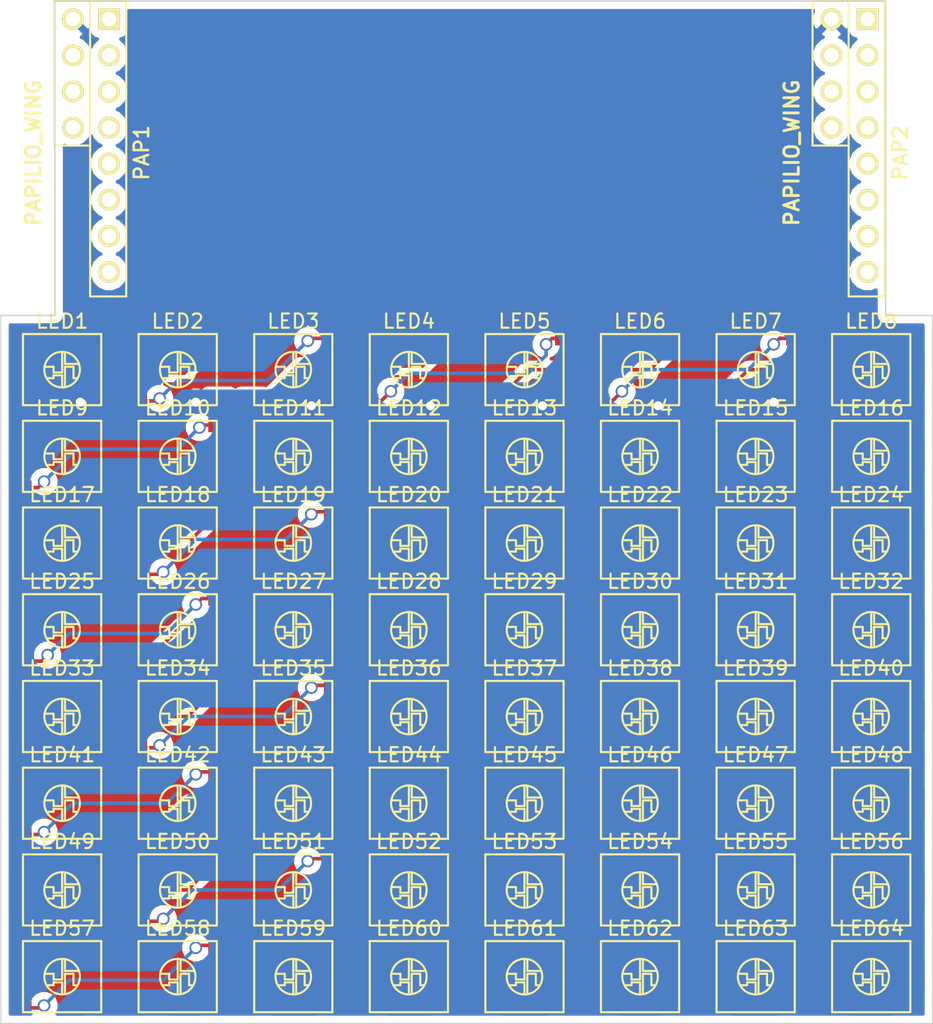
<source format=kicad_pcb>
(kicad_pcb (version 3) (host pcbnew "(2013-07-07 BZR 4022)-stable")
  (layers (15 F.Cu signal) (0 B.Cu signal) (18 B.Paste user) (19 F.Paste user) (20 B.SilkS user) (21 F.SilkS user) (22 B.Mask user) (23 F.Mask user) (28 Edge.Cuts user))
  (net 0 "")
  (net 1 +5V)
  (net 2 /LEDs/Din)
  (net 3 GND)
  (net 4 N-0000023)
  (net 5 N-0000024)
  (net 6 N-0000025)
  (net 7 N-0000026)
  (net 8 N-0000027)
  (net 9 N-0000028)
  (net 10 N-0000029)
  (net 11 N-0000030)
  (net 12 N-0000031)
  (net 13 N-0000032)
  (net 14 N-0000033)
  (net 15 N-0000034)
  (net 16 N-0000035)
  (net 17 N-0000036)
  (net 18 N-0000037)
  (net 19 N-0000038)
  (net 20 N-0000039)
  (net 21 N-0000040)
  (net 22 N-0000041)
  (net 23 N-0000042)
  (net 24 N-0000043)
  (net 25 N-0000044)
  (net 26 N-0000045)
  (net 27 N-0000046)
  (net 28 N-0000047)
  (net 29 N-0000048)
  (net 30 N-0000049)
  (net 31 N-0000050)
  (net 32 N-0000051)
  (net 33 N-0000052)
  (net 34 N-0000053)
  (net 35 N-0000054)
  (net 36 N-0000055)
  (net 37 N-0000056)
  (net 38 N-0000057)
  (net 39 N-0000058)
  (net 40 N-0000059)
  (net 41 N-0000060)
  (net 42 N-0000061)
  (net 43 N-0000062)
  (net 44 N-0000063)
  (net 45 N-0000064)
  (net 46 N-0000065)
  (net 47 N-0000067)
  (net 48 N-0000068)
  (net 49 N-0000069)
  (net 50 N-0000070)
  (net 51 N-0000071)
  (net 52 N-0000072)
  (net 53 N-0000073)
  (net 54 N-0000074)
  (net 55 N-0000075)
  (net 56 N-0000076)
  (net 57 N-0000078)
  (net 58 N-0000079)
  (net 59 N-0000080)
  (net 60 N-0000081)
  (net 61 N-0000082)
  (net 62 N-0000083)
  (net 63 N-0000084)
  (net 64 N-0000085)
  (net 65 N-0000086)
  (net 66 N-0000087)
  (net 67 VCC)
  (module WS2812B (layer F.Cu) (at 162.814 29.21)
    (fp_text reference LED6 (at 0 -3.4) (layer F.SilkS))
    (fp_text value WS2812B hide)
    (pad 1 smd rect (at -2.9 -2.2) (size 1.5 1) (layers F.Cu F.Paste F.Mask) (net 67 VCC))
    (pad 4 smd rect (at 2.9 -2.2) (size 1.5 1) (layers F.Cu F.Paste F.Mask) (net 61 N-0000082))
    (pad 2 smd rect (at -2.9 2.2) (size 1.5 1) (layers F.Cu F.Paste F.Mask) (net 55 N-0000075))
    (pad 3 smd rect (at 2.9 2.2) (size 1.5 1) (layers F.Cu F.Paste F.Mask) (net 3 GND))
  )
  (module WS2812B (layer F.Cu) (at 179.07 53.594)
    (fp_text reference LED40 (at 0 -3.4) (layer F.SilkS))
    (fp_text value WS2812B hide)
    (pad 1 smd rect (at -2.9 -2.2) (size 1.5 1) (layers F.Cu F.Paste F.Mask) (net 67 VCC))
    (pad 4 smd rect (at 2.9 -2.2) (size 1.5 1) (layers F.Cu F.Paste F.Mask) (net 10 N-0000029))
    (pad 2 smd rect (at -2.9 2.2) (size 1.5 1) (layers F.Cu F.Paste F.Mask) (net 36 N-0000055))
    (pad 3 smd rect (at 2.9 2.2) (size 1.5 1) (layers F.Cu F.Paste F.Mask) (net 3 GND))
  )
  (module WS2812B (layer F.Cu) (at 179.07 59.69)
    (fp_text reference LED48 (at 0 -3.4) (layer F.SilkS))
    (fp_text value WS2812B hide)
    (pad 1 smd rect (at -2.9 -2.2) (size 1.5 1) (layers F.Cu F.Paste F.Mask) (net 67 VCC))
    (pad 4 smd rect (at 2.9 -2.2) (size 1.5 1) (layers F.Cu F.Paste F.Mask) (net 17 N-0000036))
    (pad 2 smd rect (at -2.9 2.2) (size 1.5 1) (layers F.Cu F.Paste F.Mask) (net 37 N-0000056))
    (pad 3 smd rect (at 2.9 2.2) (size 1.5 1) (layers F.Cu F.Paste F.Mask) (net 3 GND))
  )
  (module WS2812B (layer F.Cu) (at 170.942 59.69)
    (fp_text reference LED47 (at 0 -3.4) (layer F.SilkS))
    (fp_text value WS2812B hide)
    (pad 1 smd rect (at -2.9 -2.2) (size 1.5 1) (layers F.Cu F.Paste F.Mask) (net 67 VCC))
    (pad 4 smd rect (at 2.9 -2.2) (size 1.5 1) (layers F.Cu F.Paste F.Mask) (net 16 N-0000035))
    (pad 2 smd rect (at -2.9 2.2) (size 1.5 1) (layers F.Cu F.Paste F.Mask) (net 17 N-0000036))
    (pad 3 smd rect (at 2.9 2.2) (size 1.5 1) (layers F.Cu F.Paste F.Mask) (net 3 GND))
  )
  (module WS2812B (layer F.Cu) (at 162.814 59.69)
    (fp_text reference LED46 (at 0 -3.4) (layer F.SilkS))
    (fp_text value WS2812B hide)
    (pad 1 smd rect (at -2.9 -2.2) (size 1.5 1) (layers F.Cu F.Paste F.Mask) (net 67 VCC))
    (pad 4 smd rect (at 2.9 -2.2) (size 1.5 1) (layers F.Cu F.Paste F.Mask) (net 15 N-0000034))
    (pad 2 smd rect (at -2.9 2.2) (size 1.5 1) (layers F.Cu F.Paste F.Mask) (net 16 N-0000035))
    (pad 3 smd rect (at 2.9 2.2) (size 1.5 1) (layers F.Cu F.Paste F.Mask) (net 3 GND))
  )
  (module WS2812B (layer F.Cu) (at 154.686 59.69)
    (fp_text reference LED45 (at 0 -3.4) (layer F.SilkS))
    (fp_text value WS2812B hide)
    (pad 1 smd rect (at -2.9 -2.2) (size 1.5 1) (layers F.Cu F.Paste F.Mask) (net 67 VCC))
    (pad 4 smd rect (at 2.9 -2.2) (size 1.5 1) (layers F.Cu F.Paste F.Mask) (net 11 N-0000030))
    (pad 2 smd rect (at -2.9 2.2) (size 1.5 1) (layers F.Cu F.Paste F.Mask) (net 15 N-0000034))
    (pad 3 smd rect (at 2.9 2.2) (size 1.5 1) (layers F.Cu F.Paste F.Mask) (net 3 GND))
  )
  (module WS2812B (layer F.Cu) (at 146.558 59.69)
    (fp_text reference LED44 (at 0 -3.4) (layer F.SilkS))
    (fp_text value WS2812B hide)
    (pad 1 smd rect (at -2.9 -2.2) (size 1.5 1) (layers F.Cu F.Paste F.Mask) (net 67 VCC))
    (pad 4 smd rect (at 2.9 -2.2) (size 1.5 1) (layers F.Cu F.Paste F.Mask) (net 14 N-0000033))
    (pad 2 smd rect (at -2.9 2.2) (size 1.5 1) (layers F.Cu F.Paste F.Mask) (net 11 N-0000030))
    (pad 3 smd rect (at 2.9 2.2) (size 1.5 1) (layers F.Cu F.Paste F.Mask) (net 3 GND))
  )
  (module WS2812B (layer F.Cu) (at 138.43 59.69)
    (fp_text reference LED43 (at 0 -3.4) (layer F.SilkS))
    (fp_text value WS2812B hide)
    (pad 1 smd rect (at -2.9 -2.2) (size 1.5 1) (layers F.Cu F.Paste F.Mask) (net 67 VCC))
    (pad 4 smd rect (at 2.9 -2.2) (size 1.5 1) (layers F.Cu F.Paste F.Mask) (net 13 N-0000032))
    (pad 2 smd rect (at -2.9 2.2) (size 1.5 1) (layers F.Cu F.Paste F.Mask) (net 14 N-0000033))
    (pad 3 smd rect (at 2.9 2.2) (size 1.5 1) (layers F.Cu F.Paste F.Mask) (net 3 GND))
  )
  (module WS2812B (layer F.Cu) (at 130.302 59.69)
    (fp_text reference LED42 (at 0 -3.4) (layer F.SilkS))
    (fp_text value WS2812B hide)
    (pad 1 smd rect (at -2.9 -2.2) (size 1.5 1) (layers F.Cu F.Paste F.Mask) (net 67 VCC))
    (pad 4 smd rect (at 2.9 -2.2) (size 1.5 1) (layers F.Cu F.Paste F.Mask) (net 12 N-0000031))
    (pad 2 smd rect (at -2.9 2.2) (size 1.5 1) (layers F.Cu F.Paste F.Mask) (net 13 N-0000032))
    (pad 3 smd rect (at 2.9 2.2) (size 1.5 1) (layers F.Cu F.Paste F.Mask) (net 3 GND))
  )
  (module WS2812B (layer F.Cu) (at 122.174 59.69)
    (fp_text reference LED41 (at 0 -3.4) (layer F.SilkS))
    (fp_text value WS2812B hide)
    (pad 1 smd rect (at -2.9 -2.2) (size 1.5 1) (layers F.Cu F.Paste F.Mask) (net 67 VCC))
    (pad 4 smd rect (at 2.9 -2.2) (size 1.5 1) (layers F.Cu F.Paste F.Mask) (net 36 N-0000055))
    (pad 2 smd rect (at -2.9 2.2) (size 1.5 1) (layers F.Cu F.Paste F.Mask) (net 12 N-0000031))
    (pad 3 smd rect (at 2.9 2.2) (size 1.5 1) (layers F.Cu F.Paste F.Mask) (net 3 GND))
  )
  (module WS2812B (layer F.Cu) (at 122.174 65.786)
    (fp_text reference LED49 (at 0 -3.4) (layer F.SilkS))
    (fp_text value WS2812B hide)
    (pad 1 smd rect (at -2.9 -2.2) (size 1.5 1) (layers F.Cu F.Paste F.Mask) (net 67 VCC))
    (pad 4 smd rect (at 2.9 -2.2) (size 1.5 1) (layers F.Cu F.Paste F.Mask) (net 37 N-0000056))
    (pad 2 smd rect (at -2.9 2.2) (size 1.5 1) (layers F.Cu F.Paste F.Mask) (net 42 N-0000061))
    (pad 3 smd rect (at 2.9 2.2) (size 1.5 1) (layers F.Cu F.Paste F.Mask) (net 3 GND))
  )
  (module WS2812B (layer F.Cu) (at 170.942 53.594)
    (fp_text reference LED39 (at 0 -3.4) (layer F.SilkS))
    (fp_text value WS2812B hide)
    (pad 1 smd rect (at -2.9 -2.2) (size 1.5 1) (layers F.Cu F.Paste F.Mask) (net 67 VCC))
    (pad 4 smd rect (at 2.9 -2.2) (size 1.5 1) (layers F.Cu F.Paste F.Mask) (net 9 N-0000028))
    (pad 2 smd rect (at -2.9 2.2) (size 1.5 1) (layers F.Cu F.Paste F.Mask) (net 10 N-0000029))
    (pad 3 smd rect (at 2.9 2.2) (size 1.5 1) (layers F.Cu F.Paste F.Mask) (net 3 GND))
  )
  (module WS2812B (layer F.Cu) (at 162.814 53.594)
    (fp_text reference LED38 (at 0 -3.4) (layer F.SilkS))
    (fp_text value WS2812B hide)
    (pad 1 smd rect (at -2.9 -2.2) (size 1.5 1) (layers F.Cu F.Paste F.Mask) (net 67 VCC))
    (pad 4 smd rect (at 2.9 -2.2) (size 1.5 1) (layers F.Cu F.Paste F.Mask) (net 8 N-0000027))
    (pad 2 smd rect (at -2.9 2.2) (size 1.5 1) (layers F.Cu F.Paste F.Mask) (net 9 N-0000028))
    (pad 3 smd rect (at 2.9 2.2) (size 1.5 1) (layers F.Cu F.Paste F.Mask) (net 3 GND))
  )
  (module WS2812B (layer F.Cu) (at 154.686 53.594)
    (fp_text reference LED37 (at 0 -3.4) (layer F.SilkS))
    (fp_text value WS2812B hide)
    (pad 1 smd rect (at -2.9 -2.2) (size 1.5 1) (layers F.Cu F.Paste F.Mask) (net 67 VCC))
    (pad 4 smd rect (at 2.9 -2.2) (size 1.5 1) (layers F.Cu F.Paste F.Mask) (net 7 N-0000026))
    (pad 2 smd rect (at -2.9 2.2) (size 1.5 1) (layers F.Cu F.Paste F.Mask) (net 8 N-0000027))
    (pad 3 smd rect (at 2.9 2.2) (size 1.5 1) (layers F.Cu F.Paste F.Mask) (net 3 GND))
  )
  (module WS2812B (layer F.Cu) (at 146.558 53.594)
    (fp_text reference LED36 (at 0 -3.4) (layer F.SilkS))
    (fp_text value WS2812B hide)
    (pad 1 smd rect (at -2.9 -2.2) (size 1.5 1) (layers F.Cu F.Paste F.Mask) (net 67 VCC))
    (pad 4 smd rect (at 2.9 -2.2) (size 1.5 1) (layers F.Cu F.Paste F.Mask) (net 6 N-0000025))
    (pad 2 smd rect (at -2.9 2.2) (size 1.5 1) (layers F.Cu F.Paste F.Mask) (net 7 N-0000026))
    (pad 3 smd rect (at 2.9 2.2) (size 1.5 1) (layers F.Cu F.Paste F.Mask) (net 3 GND))
  )
  (module WS2812B (layer F.Cu) (at 138.43 53.594)
    (fp_text reference LED35 (at 0 -3.4) (layer F.SilkS))
    (fp_text value WS2812B hide)
    (pad 1 smd rect (at -2.9 -2.2) (size 1.5 1) (layers F.Cu F.Paste F.Mask) (net 67 VCC))
    (pad 4 smd rect (at 2.9 -2.2) (size 1.5 1) (layers F.Cu F.Paste F.Mask) (net 5 N-0000024))
    (pad 2 smd rect (at -2.9 2.2) (size 1.5 1) (layers F.Cu F.Paste F.Mask) (net 6 N-0000025))
    (pad 3 smd rect (at 2.9 2.2) (size 1.5 1) (layers F.Cu F.Paste F.Mask) (net 3 GND))
  )
  (module WS2812B (layer F.Cu) (at 130.302 53.594)
    (fp_text reference LED34 (at 0 -3.4) (layer F.SilkS))
    (fp_text value WS2812B hide)
    (pad 1 smd rect (at -2.9 -2.2) (size 1.5 1) (layers F.Cu F.Paste F.Mask) (net 67 VCC))
    (pad 4 smd rect (at 2.9 -2.2) (size 1.5 1) (layers F.Cu F.Paste F.Mask) (net 4 N-0000023))
    (pad 2 smd rect (at -2.9 2.2) (size 1.5 1) (layers F.Cu F.Paste F.Mask) (net 5 N-0000024))
    (pad 3 smd rect (at 2.9 2.2) (size 1.5 1) (layers F.Cu F.Paste F.Mask) (net 3 GND))
  )
  (module WS2812B (layer F.Cu) (at 122.174 53.594)
    (fp_text reference LED33 (at 0 -3.4) (layer F.SilkS))
    (fp_text value WS2812B hide)
    (pad 1 smd rect (at -2.9 -2.2) (size 1.5 1) (layers F.Cu F.Paste F.Mask) (net 67 VCC))
    (pad 4 smd rect (at 2.9 -2.2) (size 1.5 1) (layers F.Cu F.Paste F.Mask) (net 40 N-0000059))
    (pad 2 smd rect (at -2.9 2.2) (size 1.5 1) (layers F.Cu F.Paste F.Mask) (net 4 N-0000023))
    (pad 3 smd rect (at 2.9 2.2) (size 1.5 1) (layers F.Cu F.Paste F.Mask) (net 3 GND))
  )
  (module WS2812B (layer F.Cu) (at 179.07 47.498)
    (fp_text reference LED32 (at 0 -3.4) (layer F.SilkS))
    (fp_text value WS2812B hide)
    (pad 1 smd rect (at -2.9 -2.2) (size 1.5 1) (layers F.Cu F.Paste F.Mask) (net 67 VCC))
    (pad 4 smd rect (at 2.9 -2.2) (size 1.5 1) (layers F.Cu F.Paste F.Mask) (net 33 N-0000052))
    (pad 2 smd rect (at -2.9 2.2) (size 1.5 1) (layers F.Cu F.Paste F.Mask) (net 40 N-0000059))
    (pad 3 smd rect (at 2.9 2.2) (size 1.5 1) (layers F.Cu F.Paste F.Mask) (net 3 GND))
  )
  (module WS2812B (layer F.Cu) (at 130.302 65.786)
    (fp_text reference LED50 (at 0 -3.4) (layer F.SilkS))
    (fp_text value WS2812B hide)
    (pad 1 smd rect (at -2.9 -2.2) (size 1.5 1) (layers F.Cu F.Paste F.Mask) (net 67 VCC))
    (pad 4 smd rect (at 2.9 -2.2) (size 1.5 1) (layers F.Cu F.Paste F.Mask) (net 42 N-0000061))
    (pad 2 smd rect (at -2.9 2.2) (size 1.5 1) (layers F.Cu F.Paste F.Mask) (net 43 N-0000062))
    (pad 3 smd rect (at 2.9 2.2) (size 1.5 1) (layers F.Cu F.Paste F.Mask) (net 3 GND))
  )
  (module WS2812B (layer F.Cu) (at 138.43 65.786)
    (fp_text reference LED51 (at 0 -3.4) (layer F.SilkS))
    (fp_text value WS2812B hide)
    (pad 1 smd rect (at -2.9 -2.2) (size 1.5 1) (layers F.Cu F.Paste F.Mask) (net 67 VCC))
    (pad 4 smd rect (at 2.9 -2.2) (size 1.5 1) (layers F.Cu F.Paste F.Mask) (net 43 N-0000062))
    (pad 2 smd rect (at -2.9 2.2) (size 1.5 1) (layers F.Cu F.Paste F.Mask) (net 44 N-0000063))
    (pad 3 smd rect (at 2.9 2.2) (size 1.5 1) (layers F.Cu F.Paste F.Mask) (net 3 GND))
  )
  (module WS2812B (layer F.Cu) (at 146.558 65.786)
    (fp_text reference LED52 (at 0 -3.4) (layer F.SilkS))
    (fp_text value WS2812B hide)
    (pad 1 smd rect (at -2.9 -2.2) (size 1.5 1) (layers F.Cu F.Paste F.Mask) (net 67 VCC))
    (pad 4 smd rect (at 2.9 -2.2) (size 1.5 1) (layers F.Cu F.Paste F.Mask) (net 44 N-0000063))
    (pad 2 smd rect (at -2.9 2.2) (size 1.5 1) (layers F.Cu F.Paste F.Mask) (net 45 N-0000064))
    (pad 3 smd rect (at 2.9 2.2) (size 1.5 1) (layers F.Cu F.Paste F.Mask) (net 3 GND))
  )
  (module WS2812B (layer F.Cu) (at 154.686 65.786)
    (fp_text reference LED53 (at 0 -3.4) (layer F.SilkS))
    (fp_text value WS2812B hide)
    (pad 1 smd rect (at -2.9 -2.2) (size 1.5 1) (layers F.Cu F.Paste F.Mask) (net 67 VCC))
    (pad 4 smd rect (at 2.9 -2.2) (size 1.5 1) (layers F.Cu F.Paste F.Mask) (net 45 N-0000064))
    (pad 2 smd rect (at -2.9 2.2) (size 1.5 1) (layers F.Cu F.Paste F.Mask) (net 46 N-0000065))
    (pad 3 smd rect (at 2.9 2.2) (size 1.5 1) (layers F.Cu F.Paste F.Mask) (net 3 GND))
  )
  (module WS2812B (layer F.Cu) (at 162.814 65.786)
    (fp_text reference LED54 (at 0 -3.4) (layer F.SilkS))
    (fp_text value WS2812B hide)
    (pad 1 smd rect (at -2.9 -2.2) (size 1.5 1) (layers F.Cu F.Paste F.Mask) (net 67 VCC))
    (pad 4 smd rect (at 2.9 -2.2) (size 1.5 1) (layers F.Cu F.Paste F.Mask) (net 46 N-0000065))
    (pad 2 smd rect (at -2.9 2.2) (size 1.5 1) (layers F.Cu F.Paste F.Mask) (net 41 N-0000060))
    (pad 3 smd rect (at 2.9 2.2) (size 1.5 1) (layers F.Cu F.Paste F.Mask) (net 3 GND))
  )
  (module WS2812B (layer F.Cu) (at 170.942 65.786)
    (fp_text reference LED55 (at 0 -3.4) (layer F.SilkS))
    (fp_text value WS2812B hide)
    (pad 1 smd rect (at -2.9 -2.2) (size 1.5 1) (layers F.Cu F.Paste F.Mask) (net 67 VCC))
    (pad 4 smd rect (at 2.9 -2.2) (size 1.5 1) (layers F.Cu F.Paste F.Mask) (net 41 N-0000060))
    (pad 2 smd rect (at -2.9 2.2) (size 1.5 1) (layers F.Cu F.Paste F.Mask) (net 47 N-0000067))
    (pad 3 smd rect (at 2.9 2.2) (size 1.5 1) (layers F.Cu F.Paste F.Mask) (net 3 GND))
  )
  (module WS2812B (layer F.Cu) (at 179.07 65.786)
    (fp_text reference LED56 (at 0 -3.4) (layer F.SilkS))
    (fp_text value WS2812B hide)
    (pad 1 smd rect (at -2.9 -2.2) (size 1.5 1) (layers F.Cu F.Paste F.Mask) (net 67 VCC))
    (pad 4 smd rect (at 2.9 -2.2) (size 1.5 1) (layers F.Cu F.Paste F.Mask) (net 47 N-0000067))
    (pad 2 smd rect (at -2.9 2.2) (size 1.5 1) (layers F.Cu F.Paste F.Mask) (net 35 N-0000054))
    (pad 3 smd rect (at 2.9 2.2) (size 1.5 1) (layers F.Cu F.Paste F.Mask) (net 3 GND))
  )
  (module WS2812B (layer F.Cu) (at 122.174 71.882)
    (fp_text reference LED57 (at 0 -3.4) (layer F.SilkS))
    (fp_text value WS2812B hide)
    (pad 1 smd rect (at -2.9 -2.2) (size 1.5 1) (layers F.Cu F.Paste F.Mask) (net 67 VCC))
    (pad 4 smd rect (at 2.9 -2.2) (size 1.5 1) (layers F.Cu F.Paste F.Mask) (net 35 N-0000054))
    (pad 2 smd rect (at -2.9 2.2) (size 1.5 1) (layers F.Cu F.Paste F.Mask) (net 48 N-0000068))
    (pad 3 smd rect (at 2.9 2.2) (size 1.5 1) (layers F.Cu F.Paste F.Mask) (net 3 GND))
  )
  (module WS2812B (layer F.Cu) (at 130.302 71.882)
    (fp_text reference LED58 (at 0 -3.4) (layer F.SilkS))
    (fp_text value WS2812B hide)
    (pad 1 smd rect (at -2.9 -2.2) (size 1.5 1) (layers F.Cu F.Paste F.Mask) (net 67 VCC))
    (pad 4 smd rect (at 2.9 -2.2) (size 1.5 1) (layers F.Cu F.Paste F.Mask) (net 48 N-0000068))
    (pad 2 smd rect (at -2.9 2.2) (size 1.5 1) (layers F.Cu F.Paste F.Mask) (net 49 N-0000069))
    (pad 3 smd rect (at 2.9 2.2) (size 1.5 1) (layers F.Cu F.Paste F.Mask) (net 3 GND))
  )
  (module WS2812B (layer F.Cu) (at 138.43 71.882)
    (fp_text reference LED59 (at 0 -3.4) (layer F.SilkS))
    (fp_text value WS2812B hide)
    (pad 1 smd rect (at -2.9 -2.2) (size 1.5 1) (layers F.Cu F.Paste F.Mask) (net 67 VCC))
    (pad 4 smd rect (at 2.9 -2.2) (size 1.5 1) (layers F.Cu F.Paste F.Mask) (net 49 N-0000069))
    (pad 2 smd rect (at -2.9 2.2) (size 1.5 1) (layers F.Cu F.Paste F.Mask) (net 50 N-0000070))
    (pad 3 smd rect (at 2.9 2.2) (size 1.5 1) (layers F.Cu F.Paste F.Mask) (net 3 GND))
  )
  (module WS2812B (layer F.Cu) (at 146.558 71.882)
    (fp_text reference LED60 (at 0 -3.4) (layer F.SilkS))
    (fp_text value WS2812B hide)
    (pad 1 smd rect (at -2.9 -2.2) (size 1.5 1) (layers F.Cu F.Paste F.Mask) (net 67 VCC))
    (pad 4 smd rect (at 2.9 -2.2) (size 1.5 1) (layers F.Cu F.Paste F.Mask) (net 50 N-0000070))
    (pad 2 smd rect (at -2.9 2.2) (size 1.5 1) (layers F.Cu F.Paste F.Mask) (net 51 N-0000071))
    (pad 3 smd rect (at 2.9 2.2) (size 1.5 1) (layers F.Cu F.Paste F.Mask) (net 3 GND))
  )
  (module WS2812B (layer F.Cu) (at 154.686 71.882)
    (fp_text reference LED61 (at 0 -3.4) (layer F.SilkS))
    (fp_text value WS2812B hide)
    (pad 1 smd rect (at -2.9 -2.2) (size 1.5 1) (layers F.Cu F.Paste F.Mask) (net 67 VCC))
    (pad 4 smd rect (at 2.9 -2.2) (size 1.5 1) (layers F.Cu F.Paste F.Mask) (net 51 N-0000071))
    (pad 2 smd rect (at -2.9 2.2) (size 1.5 1) (layers F.Cu F.Paste F.Mask) (net 52 N-0000072))
    (pad 3 smd rect (at 2.9 2.2) (size 1.5 1) (layers F.Cu F.Paste F.Mask) (net 3 GND))
  )
  (module WS2812B (layer F.Cu) (at 162.814 71.882)
    (fp_text reference LED62 (at 0 -3.4) (layer F.SilkS))
    (fp_text value WS2812B hide)
    (pad 1 smd rect (at -2.9 -2.2) (size 1.5 1) (layers F.Cu F.Paste F.Mask) (net 67 VCC))
    (pad 4 smd rect (at 2.9 -2.2) (size 1.5 1) (layers F.Cu F.Paste F.Mask) (net 52 N-0000072))
    (pad 2 smd rect (at -2.9 2.2) (size 1.5 1) (layers F.Cu F.Paste F.Mask) (net 53 N-0000073))
    (pad 3 smd rect (at 2.9 2.2) (size 1.5 1) (layers F.Cu F.Paste F.Mask) (net 3 GND))
  )
  (module WS2812B (layer F.Cu) (at 170.942 71.882)
    (fp_text reference LED63 (at 0 -3.4) (layer F.SilkS))
    (fp_text value WS2812B hide)
    (pad 1 smd rect (at -2.9 -2.2) (size 1.5 1) (layers F.Cu F.Paste F.Mask) (net 67 VCC))
    (pad 4 smd rect (at 2.9 -2.2) (size 1.5 1) (layers F.Cu F.Paste F.Mask) (net 53 N-0000073))
    (pad 2 smd rect (at -2.9 2.2) (size 1.5 1) (layers F.Cu F.Paste F.Mask) (net 54 N-0000074))
    (pad 3 smd rect (at 2.9 2.2) (size 1.5 1) (layers F.Cu F.Paste F.Mask) (net 3 GND))
  )
  (module WS2812B (layer F.Cu) (at 179.07 71.882)
    (fp_text reference LED64 (at 0 -3.4) (layer F.SilkS))
    (fp_text value WS2812B hide)
    (pad 1 smd rect (at -2.9 -2.2) (size 1.5 1) (layers F.Cu F.Paste F.Mask) (net 67 VCC))
    (pad 4 smd rect (at 2.9 -2.2) (size 1.5 1) (layers F.Cu F.Paste F.Mask) (net 54 N-0000074))
    (pad 2 smd rect (at -2.9 2.2) (size 1.5 1) (layers F.Cu F.Paste F.Mask))
    (pad 3 smd rect (at 2.9 2.2) (size 1.5 1) (layers F.Cu F.Paste F.Mask) (net 3 GND))
  )
  (module WS2812B (layer F.Cu) (at 179.07 35.306)
    (fp_text reference LED16 (at 0 -3.4) (layer F.SilkS))
    (fp_text value WS2812B hide)
    (pad 1 smd rect (at -2.9 -2.2) (size 1.5 1) (layers F.Cu F.Paste F.Mask) (net 67 VCC))
    (pad 4 smd rect (at 2.9 -2.2) (size 1.5 1) (layers F.Cu F.Paste F.Mask) (net 25 N-0000044))
    (pad 2 smd rect (at -2.9 2.2) (size 1.5 1) (layers F.Cu F.Paste F.Mask) (net 38 N-0000057))
    (pad 3 smd rect (at 2.9 2.2) (size 1.5 1) (layers F.Cu F.Paste F.Mask) (net 3 GND))
  )
  (module WS2812B (layer F.Cu) (at 122.174 29.21)
    (fp_text reference LED1 (at 0 -3.4) (layer F.SilkS))
    (fp_text value WS2812B hide)
    (pad 1 smd rect (at -2.9 -2.2) (size 1.5 1) (layers F.Cu F.Paste F.Mask) (net 67 VCC))
    (pad 4 smd rect (at 2.9 -2.2) (size 1.5 1) (layers F.Cu F.Paste F.Mask) (net 2 /LEDs/Din))
    (pad 2 smd rect (at -2.9 2.2) (size 1.5 1) (layers F.Cu F.Paste F.Mask) (net 57 N-0000078))
    (pad 3 smd rect (at 2.9 2.2) (size 1.5 1) (layers F.Cu F.Paste F.Mask) (net 3 GND))
  )
  (module WS2812B (layer F.Cu) (at 130.302 29.21)
    (fp_text reference LED2 (at 0 -3.4) (layer F.SilkS))
    (fp_text value WS2812B hide)
    (pad 1 smd rect (at -2.9 -2.2) (size 1.5 1) (layers F.Cu F.Paste F.Mask) (net 67 VCC))
    (pad 4 smd rect (at 2.9 -2.2) (size 1.5 1) (layers F.Cu F.Paste F.Mask) (net 57 N-0000078))
    (pad 2 smd rect (at -2.9 2.2) (size 1.5 1) (layers F.Cu F.Paste F.Mask) (net 58 N-0000079))
    (pad 3 smd rect (at 2.9 2.2) (size 1.5 1) (layers F.Cu F.Paste F.Mask) (net 3 GND))
  )
  (module WS2812B (layer F.Cu) (at 138.43 29.21)
    (fp_text reference LED3 (at 0 -3.4) (layer F.SilkS))
    (fp_text value WS2812B hide)
    (pad 1 smd rect (at -2.9 -2.2) (size 1.5 1) (layers F.Cu F.Paste F.Mask) (net 67 VCC))
    (pad 4 smd rect (at 2.9 -2.2) (size 1.5 1) (layers F.Cu F.Paste F.Mask) (net 58 N-0000079))
    (pad 2 smd rect (at -2.9 2.2) (size 1.5 1) (layers F.Cu F.Paste F.Mask) (net 60 N-0000081))
    (pad 3 smd rect (at 2.9 2.2) (size 1.5 1) (layers F.Cu F.Paste F.Mask) (net 3 GND))
  )
  (module WS2812B (layer F.Cu) (at 146.558 29.21)
    (fp_text reference LED4 (at 0 -3.4) (layer F.SilkS))
    (fp_text value WS2812B hide)
    (pad 1 smd rect (at -2.9 -2.2) (size 1.5 1) (layers F.Cu F.Paste F.Mask) (net 67 VCC))
    (pad 4 smd rect (at 2.9 -2.2) (size 1.5 1) (layers F.Cu F.Paste F.Mask) (net 60 N-0000081))
    (pad 2 smd rect (at -2.9 2.2) (size 1.5 1) (layers F.Cu F.Paste F.Mask) (net 59 N-0000080))
    (pad 3 smd rect (at 2.9 2.2) (size 1.5 1) (layers F.Cu F.Paste F.Mask) (net 3 GND))
  )
  (module WS2812B (layer F.Cu) (at 154.686 29.21)
    (fp_text reference LED5 (at 0 -3.4) (layer F.SilkS))
    (fp_text value WS2812B hide)
    (pad 1 smd rect (at -2.9 -2.2) (size 1.5 1) (layers F.Cu F.Paste F.Mask) (net 67 VCC))
    (pad 4 smd rect (at 2.9 -2.2) (size 1.5 1) (layers F.Cu F.Paste F.Mask) (net 59 N-0000080))
    (pad 2 smd rect (at -2.9 2.2) (size 1.5 1) (layers F.Cu F.Paste F.Mask) (net 61 N-0000082))
    (pad 3 smd rect (at 2.9 2.2) (size 1.5 1) (layers F.Cu F.Paste F.Mask) (net 3 GND))
  )
  (module WS2812B (layer F.Cu) (at 170.942 29.21)
    (fp_text reference LED7 (at 0 -3.4) (layer F.SilkS))
    (fp_text value WS2812B hide)
    (pad 1 smd rect (at -2.9 -2.2) (size 1.5 1) (layers F.Cu F.Paste F.Mask) (net 67 VCC))
    (pad 4 smd rect (at 2.9 -2.2) (size 1.5 1) (layers F.Cu F.Paste F.Mask) (net 55 N-0000075))
    (pad 2 smd rect (at -2.9 2.2) (size 1.5 1) (layers F.Cu F.Paste F.Mask) (net 56 N-0000076))
    (pad 3 smd rect (at 2.9 2.2) (size 1.5 1) (layers F.Cu F.Paste F.Mask) (net 3 GND))
  )
  (module WS2812B (layer F.Cu) (at 179.07 29.21)
    (fp_text reference LED8 (at 0 -3.4) (layer F.SilkS))
    (fp_text value WS2812B hide)
    (pad 1 smd rect (at -2.9 -2.2) (size 1.5 1) (layers F.Cu F.Paste F.Mask) (net 67 VCC))
    (pad 4 smd rect (at 2.9 -2.2) (size 1.5 1) (layers F.Cu F.Paste F.Mask) (net 56 N-0000076))
    (pad 2 smd rect (at -2.9 2.2) (size 1.5 1) (layers F.Cu F.Paste F.Mask) (net 34 N-0000053))
    (pad 3 smd rect (at 2.9 2.2) (size 1.5 1) (layers F.Cu F.Paste F.Mask) (net 3 GND))
  )
  (module WS2812B (layer F.Cu) (at 122.174 35.306)
    (fp_text reference LED9 (at 0 -3.4) (layer F.SilkS))
    (fp_text value WS2812B hide)
    (pad 1 smd rect (at -2.9 -2.2) (size 1.5 1) (layers F.Cu F.Paste F.Mask) (net 67 VCC))
    (pad 4 smd rect (at 2.9 -2.2) (size 1.5 1) (layers F.Cu F.Paste F.Mask) (net 34 N-0000053))
    (pad 2 smd rect (at -2.9 2.2) (size 1.5 1) (layers F.Cu F.Paste F.Mask) (net 62 N-0000083))
    (pad 3 smd rect (at 2.9 2.2) (size 1.5 1) (layers F.Cu F.Paste F.Mask) (net 3 GND))
  )
  (module WS2812B (layer F.Cu) (at 130.302 35.306)
    (fp_text reference LED10 (at 0 -3.4) (layer F.SilkS))
    (fp_text value WS2812B hide)
    (pad 1 smd rect (at -2.9 -2.2) (size 1.5 1) (layers F.Cu F.Paste F.Mask) (net 67 VCC))
    (pad 4 smd rect (at 2.9 -2.2) (size 1.5 1) (layers F.Cu F.Paste F.Mask) (net 62 N-0000083))
    (pad 2 smd rect (at -2.9 2.2) (size 1.5 1) (layers F.Cu F.Paste F.Mask) (net 63 N-0000084))
    (pad 3 smd rect (at 2.9 2.2) (size 1.5 1) (layers F.Cu F.Paste F.Mask) (net 3 GND))
  )
  (module WS2812B (layer F.Cu) (at 138.43 35.306)
    (fp_text reference LED11 (at 0 -3.4) (layer F.SilkS))
    (fp_text value WS2812B hide)
    (pad 1 smd rect (at -2.9 -2.2) (size 1.5 1) (layers F.Cu F.Paste F.Mask) (net 67 VCC))
    (pad 4 smd rect (at 2.9 -2.2) (size 1.5 1) (layers F.Cu F.Paste F.Mask) (net 63 N-0000084))
    (pad 2 smd rect (at -2.9 2.2) (size 1.5 1) (layers F.Cu F.Paste F.Mask) (net 64 N-0000085))
    (pad 3 smd rect (at 2.9 2.2) (size 1.5 1) (layers F.Cu F.Paste F.Mask) (net 3 GND))
  )
  (module WS2812B (layer F.Cu) (at 146.558 35.306)
    (fp_text reference LED12 (at 0 -3.4) (layer F.SilkS))
    (fp_text value WS2812B hide)
    (pad 1 smd rect (at -2.9 -2.2) (size 1.5 1) (layers F.Cu F.Paste F.Mask) (net 67 VCC))
    (pad 4 smd rect (at 2.9 -2.2) (size 1.5 1) (layers F.Cu F.Paste F.Mask) (net 64 N-0000085))
    (pad 2 smd rect (at -2.9 2.2) (size 1.5 1) (layers F.Cu F.Paste F.Mask) (net 65 N-0000086))
    (pad 3 smd rect (at 2.9 2.2) (size 1.5 1) (layers F.Cu F.Paste F.Mask) (net 3 GND))
  )
  (module WS2812B (layer F.Cu) (at 154.686 35.306)
    (fp_text reference LED13 (at 0 -3.4) (layer F.SilkS))
    (fp_text value WS2812B hide)
    (pad 1 smd rect (at -2.9 -2.2) (size 1.5 1) (layers F.Cu F.Paste F.Mask) (net 67 VCC))
    (pad 4 smd rect (at 2.9 -2.2) (size 1.5 1) (layers F.Cu F.Paste F.Mask) (net 65 N-0000086))
    (pad 2 smd rect (at -2.9 2.2) (size 1.5 1) (layers F.Cu F.Paste F.Mask) (net 66 N-0000087))
    (pad 3 smd rect (at 2.9 2.2) (size 1.5 1) (layers F.Cu F.Paste F.Mask) (net 3 GND))
  )
  (module WS2812B (layer F.Cu) (at 162.814 35.306)
    (fp_text reference LED14 (at 0 -3.4) (layer F.SilkS))
    (fp_text value WS2812B hide)
    (pad 1 smd rect (at -2.9 -2.2) (size 1.5 1) (layers F.Cu F.Paste F.Mask) (net 67 VCC))
    (pad 4 smd rect (at 2.9 -2.2) (size 1.5 1) (layers F.Cu F.Paste F.Mask) (net 66 N-0000087))
    (pad 2 smd rect (at -2.9 2.2) (size 1.5 1) (layers F.Cu F.Paste F.Mask) (net 24 N-0000043))
    (pad 3 smd rect (at 2.9 2.2) (size 1.5 1) (layers F.Cu F.Paste F.Mask) (net 3 GND))
  )
  (module WS2812B (layer F.Cu) (at 170.942 35.306)
    (fp_text reference LED15 (at 0 -3.4) (layer F.SilkS))
    (fp_text value WS2812B hide)
    (pad 1 smd rect (at -2.9 -2.2) (size 1.5 1) (layers F.Cu F.Paste F.Mask) (net 67 VCC))
    (pad 4 smd rect (at 2.9 -2.2) (size 1.5 1) (layers F.Cu F.Paste F.Mask) (net 24 N-0000043))
    (pad 2 smd rect (at -2.9 2.2) (size 1.5 1) (layers F.Cu F.Paste F.Mask) (net 25 N-0000044))
    (pad 3 smd rect (at 2.9 2.2) (size 1.5 1) (layers F.Cu F.Paste F.Mask) (net 3 GND))
  )
  (module WS2812B (layer F.Cu) (at 122.174 41.402)
    (fp_text reference LED17 (at 0 -3.4) (layer F.SilkS))
    (fp_text value WS2812B hide)
    (pad 1 smd rect (at -2.9 -2.2) (size 1.5 1) (layers F.Cu F.Paste F.Mask) (net 67 VCC))
    (pad 4 smd rect (at 2.9 -2.2) (size 1.5 1) (layers F.Cu F.Paste F.Mask) (net 38 N-0000057))
    (pad 2 smd rect (at -2.9 2.2) (size 1.5 1) (layers F.Cu F.Paste F.Mask) (net 18 N-0000037))
    (pad 3 smd rect (at 2.9 2.2) (size 1.5 1) (layers F.Cu F.Paste F.Mask) (net 3 GND))
  )
  (module WS2812B (layer F.Cu) (at 130.302 41.402)
    (fp_text reference LED18 (at 0 -3.4) (layer F.SilkS))
    (fp_text value WS2812B hide)
    (pad 1 smd rect (at -2.9 -2.2) (size 1.5 1) (layers F.Cu F.Paste F.Mask) (net 67 VCC))
    (pad 4 smd rect (at 2.9 -2.2) (size 1.5 1) (layers F.Cu F.Paste F.Mask) (net 18 N-0000037))
    (pad 2 smd rect (at -2.9 2.2) (size 1.5 1) (layers F.Cu F.Paste F.Mask) (net 19 N-0000038))
    (pad 3 smd rect (at 2.9 2.2) (size 1.5 1) (layers F.Cu F.Paste F.Mask) (net 3 GND))
  )
  (module WS2812B (layer F.Cu) (at 138.43 41.402)
    (fp_text reference LED19 (at 0 -3.4) (layer F.SilkS))
    (fp_text value WS2812B hide)
    (pad 1 smd rect (at -2.9 -2.2) (size 1.5 1) (layers F.Cu F.Paste F.Mask) (net 67 VCC))
    (pad 4 smd rect (at 2.9 -2.2) (size 1.5 1) (layers F.Cu F.Paste F.Mask) (net 19 N-0000038))
    (pad 2 smd rect (at -2.9 2.2) (size 1.5 1) (layers F.Cu F.Paste F.Mask) (net 20 N-0000039))
    (pad 3 smd rect (at 2.9 2.2) (size 1.5 1) (layers F.Cu F.Paste F.Mask) (net 3 GND))
  )
  (module WS2812B (layer F.Cu) (at 146.558 41.402)
    (fp_text reference LED20 (at 0 -3.4) (layer F.SilkS))
    (fp_text value WS2812B hide)
    (pad 1 smd rect (at -2.9 -2.2) (size 1.5 1) (layers F.Cu F.Paste F.Mask) (net 67 VCC))
    (pad 4 smd rect (at 2.9 -2.2) (size 1.5 1) (layers F.Cu F.Paste F.Mask) (net 20 N-0000039))
    (pad 2 smd rect (at -2.9 2.2) (size 1.5 1) (layers F.Cu F.Paste F.Mask) (net 21 N-0000040))
    (pad 3 smd rect (at 2.9 2.2) (size 1.5 1) (layers F.Cu F.Paste F.Mask) (net 3 GND))
  )
  (module WS2812B (layer F.Cu) (at 154.686 41.402)
    (fp_text reference LED21 (at 0 -3.4) (layer F.SilkS))
    (fp_text value WS2812B hide)
    (pad 1 smd rect (at -2.9 -2.2) (size 1.5 1) (layers F.Cu F.Paste F.Mask) (net 67 VCC))
    (pad 4 smd rect (at 2.9 -2.2) (size 1.5 1) (layers F.Cu F.Paste F.Mask) (net 21 N-0000040))
    (pad 2 smd rect (at -2.9 2.2) (size 1.5 1) (layers F.Cu F.Paste F.Mask) (net 22 N-0000041))
    (pad 3 smd rect (at 2.9 2.2) (size 1.5 1) (layers F.Cu F.Paste F.Mask) (net 3 GND))
  )
  (module WS2812B (layer F.Cu) (at 162.814 41.402)
    (fp_text reference LED22 (at 0 -3.4) (layer F.SilkS))
    (fp_text value WS2812B hide)
    (pad 1 smd rect (at -2.9 -2.2) (size 1.5 1) (layers F.Cu F.Paste F.Mask) (net 67 VCC))
    (pad 4 smd rect (at 2.9 -2.2) (size 1.5 1) (layers F.Cu F.Paste F.Mask) (net 22 N-0000041))
    (pad 2 smd rect (at -2.9 2.2) (size 1.5 1) (layers F.Cu F.Paste F.Mask) (net 23 N-0000042))
    (pad 3 smd rect (at 2.9 2.2) (size 1.5 1) (layers F.Cu F.Paste F.Mask) (net 3 GND))
  )
  (module WS2812B (layer F.Cu) (at 170.942 41.402)
    (fp_text reference LED23 (at 0 -3.4) (layer F.SilkS))
    (fp_text value WS2812B hide)
    (pad 1 smd rect (at -2.9 -2.2) (size 1.5 1) (layers F.Cu F.Paste F.Mask) (net 67 VCC))
    (pad 4 smd rect (at 2.9 -2.2) (size 1.5 1) (layers F.Cu F.Paste F.Mask) (net 23 N-0000042))
    (pad 2 smd rect (at -2.9 2.2) (size 1.5 1) (layers F.Cu F.Paste F.Mask) (net 26 N-0000045))
    (pad 3 smd rect (at 2.9 2.2) (size 1.5 1) (layers F.Cu F.Paste F.Mask) (net 3 GND))
  )
  (module WS2812B (layer F.Cu) (at 179.07 41.402)
    (fp_text reference LED24 (at 0 -3.4) (layer F.SilkS))
    (fp_text value WS2812B hide)
    (pad 1 smd rect (at -2.9 -2.2) (size 1.5 1) (layers F.Cu F.Paste F.Mask) (net 67 VCC))
    (pad 4 smd rect (at 2.9 -2.2) (size 1.5 1) (layers F.Cu F.Paste F.Mask) (net 26 N-0000045))
    (pad 2 smd rect (at -2.9 2.2) (size 1.5 1) (layers F.Cu F.Paste F.Mask) (net 39 N-0000058))
    (pad 3 smd rect (at 2.9 2.2) (size 1.5 1) (layers F.Cu F.Paste F.Mask) (net 3 GND))
  )
  (module WS2812B (layer F.Cu) (at 122.174 47.498)
    (fp_text reference LED25 (at 0 -3.4) (layer F.SilkS))
    (fp_text value WS2812B hide)
    (pad 1 smd rect (at -2.9 -2.2) (size 1.5 1) (layers F.Cu F.Paste F.Mask) (net 67 VCC))
    (pad 4 smd rect (at 2.9 -2.2) (size 1.5 1) (layers F.Cu F.Paste F.Mask) (net 39 N-0000058))
    (pad 2 smd rect (at -2.9 2.2) (size 1.5 1) (layers F.Cu F.Paste F.Mask) (net 27 N-0000046))
    (pad 3 smd rect (at 2.9 2.2) (size 1.5 1) (layers F.Cu F.Paste F.Mask) (net 3 GND))
  )
  (module WS2812B (layer F.Cu) (at 130.302 47.498)
    (fp_text reference LED26 (at 0 -3.4) (layer F.SilkS))
    (fp_text value WS2812B hide)
    (pad 1 smd rect (at -2.9 -2.2) (size 1.5 1) (layers F.Cu F.Paste F.Mask) (net 67 VCC))
    (pad 4 smd rect (at 2.9 -2.2) (size 1.5 1) (layers F.Cu F.Paste F.Mask) (net 27 N-0000046))
    (pad 2 smd rect (at -2.9 2.2) (size 1.5 1) (layers F.Cu F.Paste F.Mask) (net 28 N-0000047))
    (pad 3 smd rect (at 2.9 2.2) (size 1.5 1) (layers F.Cu F.Paste F.Mask) (net 3 GND))
  )
  (module WS2812B (layer F.Cu) (at 138.43 47.498)
    (fp_text reference LED27 (at 0 -3.4) (layer F.SilkS))
    (fp_text value WS2812B hide)
    (pad 1 smd rect (at -2.9 -2.2) (size 1.5 1) (layers F.Cu F.Paste F.Mask) (net 67 VCC))
    (pad 4 smd rect (at 2.9 -2.2) (size 1.5 1) (layers F.Cu F.Paste F.Mask) (net 28 N-0000047))
    (pad 2 smd rect (at -2.9 2.2) (size 1.5 1) (layers F.Cu F.Paste F.Mask) (net 29 N-0000048))
    (pad 3 smd rect (at 2.9 2.2) (size 1.5 1) (layers F.Cu F.Paste F.Mask) (net 3 GND))
  )
  (module WS2812B (layer F.Cu) (at 146.558 47.498)
    (fp_text reference LED28 (at 0 -3.4) (layer F.SilkS))
    (fp_text value WS2812B hide)
    (pad 1 smd rect (at -2.9 -2.2) (size 1.5 1) (layers F.Cu F.Paste F.Mask) (net 67 VCC))
    (pad 4 smd rect (at 2.9 -2.2) (size 1.5 1) (layers F.Cu F.Paste F.Mask) (net 29 N-0000048))
    (pad 2 smd rect (at -2.9 2.2) (size 1.5 1) (layers F.Cu F.Paste F.Mask) (net 30 N-0000049))
    (pad 3 smd rect (at 2.9 2.2) (size 1.5 1) (layers F.Cu F.Paste F.Mask) (net 3 GND))
  )
  (module WS2812B (layer F.Cu) (at 154.686 47.498)
    (fp_text reference LED29 (at 0 -3.4) (layer F.SilkS))
    (fp_text value WS2812B hide)
    (pad 1 smd rect (at -2.9 -2.2) (size 1.5 1) (layers F.Cu F.Paste F.Mask) (net 67 VCC))
    (pad 4 smd rect (at 2.9 -2.2) (size 1.5 1) (layers F.Cu F.Paste F.Mask) (net 30 N-0000049))
    (pad 2 smd rect (at -2.9 2.2) (size 1.5 1) (layers F.Cu F.Paste F.Mask) (net 31 N-0000050))
    (pad 3 smd rect (at 2.9 2.2) (size 1.5 1) (layers F.Cu F.Paste F.Mask) (net 3 GND))
  )
  (module WS2812B (layer F.Cu) (at 162.814 47.498)
    (fp_text reference LED30 (at 0 -3.4) (layer F.SilkS))
    (fp_text value WS2812B hide)
    (pad 1 smd rect (at -2.9 -2.2) (size 1.5 1) (layers F.Cu F.Paste F.Mask) (net 67 VCC))
    (pad 4 smd rect (at 2.9 -2.2) (size 1.5 1) (layers F.Cu F.Paste F.Mask) (net 31 N-0000050))
    (pad 2 smd rect (at -2.9 2.2) (size 1.5 1) (layers F.Cu F.Paste F.Mask) (net 32 N-0000051))
    (pad 3 smd rect (at 2.9 2.2) (size 1.5 1) (layers F.Cu F.Paste F.Mask) (net 3 GND))
  )
  (module WS2812B (layer F.Cu) (at 170.942 47.498)
    (fp_text reference LED31 (at 0 -3.4) (layer F.SilkS))
    (fp_text value WS2812B hide)
    (pad 1 smd rect (at -2.9 -2.2) (size 1.5 1) (layers F.Cu F.Paste F.Mask) (net 67 VCC))
    (pad 4 smd rect (at 2.9 -2.2) (size 1.5 1) (layers F.Cu F.Paste F.Mask) (net 32 N-0000051))
    (pad 2 smd rect (at -2.9 2.2) (size 1.5 1) (layers F.Cu F.Paste F.Mask) (net 33 N-0000052))
    (pad 3 smd rect (at 2.9 2.2) (size 1.5 1) (layers F.Cu F.Paste F.Mask) (net 3 GND))
  )
  (module Papilio_Wing (layer F.Cu) (at 177.292 13.97 270)
    (fp_text reference PAP2 (at 0 -3.81 270) (layer F.SilkS) (effects (font (size 1.016 1.016) (thickness 0.1778))))
    (fp_text value PAPILIO_WING (at 0 3.81 270) (layer F.SilkS) (effects (font (size 1.016 1.016) (thickness 0.2032))))
    (pad 1 thru_hole rect (at -9.398 -1.524 270) (size 1.524 1.524) (drill 1.016) (layers *.Cu *.Mask F.SilkS))
    (pad 7 thru_hole circle (at 5.842 -1.524 270) (size 1.524 1.524) (drill 1.016) (layers *.Cu *.Mask F.SilkS))
    (pad 2 thru_hole circle (at -6.858 -1.524 270) (size 1.524 1.524) (drill 1.016) (layers *.Cu *.Mask F.SilkS))
    (pad 8 thru_hole circle (at 8.382 -1.524 270) (size 1.524 1.524) (drill 1.016) (layers *.Cu *.Mask F.SilkS))
    (pad 3 thru_hole circle (at -4.318 -1.524 270) (size 1.524 1.524) (drill 1.016) (layers *.Cu *.Mask F.SilkS))
    (pad 4 thru_hole circle (at -1.778 -1.524 270) (size 1.524 1.524) (drill 1.016) (layers *.Cu *.Mask F.SilkS))
    (pad 5 thru_hole circle (at 0.762 -1.524 270) (size 1.524 1.524) (drill 1.016) (layers *.Cu *.Mask F.SilkS))
    (pad 6 thru_hole circle (at 3.302 -1.524 270) (size 1.524 1.524) (drill 1.016) (layers *.Cu *.Mask F.SilkS))
    (pad 9 thru_hole circle (at -1.778 1.016 270) (size 1.524 1.524) (drill 1.016) (layers *.Cu *.Mask F.SilkS) (net 1 +5V))
    (pad 10 thru_hole circle (at -4.318 1.016 270) (size 1.524 1.524) (drill 1.016) (layers *.Cu *.Mask F.SilkS))
    (pad 11 thru_hole circle (at -6.858 1.016 270) (size 1.524 1.524) (drill 1.016) (layers *.Cu *.Mask F.SilkS))
    (pad 12 thru_hole circle (at -9.398 1.016 270) (size 1.524 1.524) (drill 1.016) (layers *.Cu *.Mask F.SilkS) (net 3 GND))
  )
  (module Papilio_Wing (layer F.Cu) (at 123.952 13.97 270)
    (fp_text reference PAP1 (at 0 -3.81 270) (layer F.SilkS) (effects (font (size 1.016 1.016) (thickness 0.1778))))
    (fp_text value PAPILIO_WING (at 0 3.81 270) (layer F.SilkS) (effects (font (size 1.016 1.016) (thickness 0.2032))))
    (pad 1 thru_hole rect (at -9.398 -1.524 270) (size 1.524 1.524) (drill 1.016) (layers *.Cu *.Mask F.SilkS))
    (pad 7 thru_hole circle (at 5.842 -1.524 270) (size 1.524 1.524) (drill 1.016) (layers *.Cu *.Mask F.SilkS))
    (pad 2 thru_hole circle (at -6.858 -1.524 270) (size 1.524 1.524) (drill 1.016) (layers *.Cu *.Mask F.SilkS))
    (pad 8 thru_hole circle (at 8.382 -1.524 270) (size 1.524 1.524) (drill 1.016) (layers *.Cu *.Mask F.SilkS) (net 2 /LEDs/Din))
    (pad 3 thru_hole circle (at -4.318 -1.524 270) (size 1.524 1.524) (drill 1.016) (layers *.Cu *.Mask F.SilkS))
    (pad 4 thru_hole circle (at -1.778 -1.524 270) (size 1.524 1.524) (drill 1.016) (layers *.Cu *.Mask F.SilkS))
    (pad 5 thru_hole circle (at 0.762 -1.524 270) (size 1.524 1.524) (drill 1.016) (layers *.Cu *.Mask F.SilkS))
    (pad 6 thru_hole circle (at 3.302 -1.524 270) (size 1.524 1.524) (drill 1.016) (layers *.Cu *.Mask F.SilkS))
    (pad 9 thru_hole circle (at -1.778 1.016 270) (size 1.524 1.524) (drill 1.016) (layers *.Cu *.Mask F.SilkS) (net 1 +5V))
    (pad 10 thru_hole circle (at -4.318 1.016 270) (size 1.524 1.524) (drill 1.016) (layers *.Cu *.Mask F.SilkS))
    (pad 11 thru_hole circle (at -6.858 1.016 270) (size 1.524 1.524) (drill 1.016) (layers *.Cu *.Mask F.SilkS))
    (pad 12 thru_hole circle (at -9.398 1.016 270) (size 1.524 1.524) (drill 1.016) (layers *.Cu *.Mask F.SilkS) (net 3 GND))
  )
  (gr_line (start 180.086 25.4) (end 180.086 3.302) (angle 90) (layer Edge.Cuts) (width 0.1))
  (gr_line (start 183.388 25.4) (end 180.086 25.4) (angle 90) (layer Edge.Cuts) (width 0.1))
  (gr_line (start 183.388 75.184) (end 183.388 25.4) (angle 90) (layer Edge.Cuts) (width 0.1))
  (gr_line (start 117.856 75.184) (end 183.388 75.184) (angle 90) (layer Edge.Cuts) (width 0.1))
  (gr_line (start 117.856 25.4) (end 117.856 75.184) (angle 90) (layer Edge.Cuts) (width 0.1))
  (gr_line (start 121.666 25.4) (end 117.856 25.4) (angle 90) (layer Edge.Cuts) (width 0.1))
  (gr_line (start 121.666 3.302) (end 121.666 25.4) (angle 90) (layer Edge.Cuts) (width 0.1))
  (gr_line (start 180.086 3.302) (end 121.666 3.302) (angle 90) (layer Edge.Cuts) (width 0.1))
  (segment (start 165.714 31.41) (end 164.424 31.41) (width 0.508) (layer F.Cu) (net 3))
  (via (at 164.084 31.75) (size 0.889) (layers F.Cu B.Cu) (net 3))
  (segment (start 164.424 31.41) (end 164.084 31.75) (width 0.508) (layer F.Cu) (net 3))
  (segment (start 173.842 31.41) (end 172.298 31.41) (width 0.508) (layer F.Cu) (net 3))
  (via (at 172.212 31.496) (size 0.889) (layers F.Cu B.Cu) (net 3))
  (segment (start 172.298 31.41) (end 172.212 31.496) (width 0.508) (layer F.Cu) (net 3))
  (segment (start 157.586 31.41) (end 156.296 31.41) (width 0.508) (layer F.Cu) (net 3))
  (via (at 155.956 31.75) (size 0.889) (layers F.Cu B.Cu) (net 3))
  (segment (start 156.296 31.41) (end 155.956 31.75) (width 0.508) (layer F.Cu) (net 3))
  (segment (start 149.458 31.41) (end 148.422 31.41) (width 0.508) (layer F.Cu) (net 3))
  (via (at 148.082 31.75) (size 0.889) (layers F.Cu B.Cu) (net 3))
  (segment (start 148.422 31.41) (end 148.082 31.75) (width 0.508) (layer F.Cu) (net 3))
  (segment (start 141.33 31.41) (end 140.04 31.41) (width 0.508) (layer F.Cu) (net 3))
  (via (at 139.7 31.75) (size 0.889) (layers F.Cu B.Cu) (net 3))
  (segment (start 140.04 31.41) (end 139.7 31.75) (width 0.508) (layer F.Cu) (net 3))
  (segment (start 133.202 31.41) (end 131.658 31.41) (width 0.508) (layer F.Cu) (net 3))
  (via (at 131.572 31.496) (size 0.889) (layers F.Cu B.Cu) (net 3))
  (segment (start 131.658 31.41) (end 131.572 31.496) (width 0.508) (layer F.Cu) (net 3))
  (segment (start 125.074 31.41) (end 123.53 31.41) (width 0.508) (layer F.Cu) (net 3))
  (via (at 123.444 31.496) (size 0.889) (layers F.Cu B.Cu) (net 3))
  (segment (start 123.53 31.41) (end 123.444 31.496) (width 0.508) (layer F.Cu) (net 3))
  (segment (start 119.274 55.794) (end 120.228 55.794) (width 0.254) (layer F.Cu) (net 4))
  (segment (start 131.002 53.594) (end 133.202 51.394) (width 0.254) (layer F.Cu) (net 4))
  (segment (start 122.428 53.594) (end 131.002 53.594) (width 0.254) (layer F.Cu) (net 4))
  (segment (start 120.228 55.794) (end 122.428 53.594) (width 0.254) (layer F.Cu) (net 4))
  (segment (start 127.402 55.794) (end 128.864 55.794) (width 0.254) (layer F.Cu) (net 5))
  (segment (start 139.868 51.394) (end 141.33 51.394) (width 0.254) (layer F.Cu) (net 5))
  (segment (start 139.7 51.562) (end 139.868 51.394) (width 0.254) (layer F.Cu) (net 5))
  (via (at 139.7 51.562) (size 0.889) (layers F.Cu B.Cu) (net 5))
  (segment (start 137.668 53.594) (end 139.7 51.562) (width 0.254) (layer B.Cu) (net 5))
  (segment (start 131.064 53.594) (end 137.668 53.594) (width 0.254) (layer B.Cu) (net 5))
  (segment (start 129.032 55.626) (end 131.064 53.594) (width 0.254) (layer B.Cu) (net 5))
  (via (at 129.032 55.626) (size 0.889) (layers F.Cu B.Cu) (net 5))
  (segment (start 128.864 55.794) (end 129.032 55.626) (width 0.254) (layer F.Cu) (net 5))
  (segment (start 119.274 61.89) (end 120.736 61.89) (width 0.254) (layer F.Cu) (net 12))
  (segment (start 131.74 57.49) (end 133.202 57.49) (width 0.254) (layer F.Cu) (net 12))
  (segment (start 131.572 57.658) (end 131.74 57.49) (width 0.254) (layer F.Cu) (net 12))
  (via (at 131.572 57.658) (size 0.889) (layers F.Cu B.Cu) (net 12))
  (segment (start 129.54 59.69) (end 131.572 57.658) (width 0.254) (layer B.Cu) (net 12))
  (segment (start 122.936 59.69) (end 129.54 59.69) (width 0.254) (layer B.Cu) (net 12))
  (segment (start 120.904 61.722) (end 122.936 59.69) (width 0.254) (layer B.Cu) (net 12))
  (via (at 120.904 61.722) (size 0.889) (layers F.Cu B.Cu) (net 12))
  (segment (start 120.736 61.89) (end 120.904 61.722) (width 0.254) (layer F.Cu) (net 12))
  (segment (start 127.402 61.89) (end 128.864 61.89) (width 0.254) (layer F.Cu) (net 13))
  (segment (start 139.13 59.69) (end 141.33 57.49) (width 0.254) (layer F.Cu) (net 13))
  (segment (start 131.064 59.69) (end 139.13 59.69) (width 0.254) (layer F.Cu) (net 13))
  (segment (start 128.864 61.89) (end 131.064 59.69) (width 0.254) (layer F.Cu) (net 13))
  (segment (start 119.274 43.602) (end 119.72 43.602) (width 0.254) (layer F.Cu) (net 18))
  (segment (start 131.256 41.148) (end 133.202 39.202) (width 0.254) (layer F.Cu) (net 18))
  (segment (start 122.174 41.148) (end 131.256 41.148) (width 0.254) (layer F.Cu) (net 18))
  (segment (start 119.72 43.602) (end 122.174 41.148) (width 0.254) (layer F.Cu) (net 18))
  (segment (start 127.402 43.602) (end 129.118 43.602) (width 0.254) (layer F.Cu) (net 19))
  (segment (start 139.868 39.202) (end 141.33 39.202) (width 0.254) (layer F.Cu) (net 19))
  (segment (start 139.7 39.37) (end 139.868 39.202) (width 0.254) (layer F.Cu) (net 19))
  (via (at 139.7 39.37) (size 0.889) (layers F.Cu B.Cu) (net 19))
  (segment (start 137.922 41.148) (end 139.7 39.37) (width 0.254) (layer B.Cu) (net 19))
  (segment (start 131.572 41.148) (end 137.922 41.148) (width 0.254) (layer B.Cu) (net 19))
  (segment (start 129.286 43.434) (end 131.572 41.148) (width 0.254) (layer B.Cu) (net 19))
  (via (at 129.286 43.434) (size 0.889) (layers F.Cu B.Cu) (net 19))
  (segment (start 129.118 43.602) (end 129.286 43.434) (width 0.254) (layer F.Cu) (net 19))
  (segment (start 119.274 49.698) (end 120.736 49.698) (width 0.254) (layer F.Cu) (net 27))
  (segment (start 131.994 45.298) (end 133.202 45.298) (width 0.254) (layer F.Cu) (net 27))
  (segment (start 131.572 45.72) (end 131.994 45.298) (width 0.254) (layer F.Cu) (net 27))
  (via (at 131.572 45.72) (size 0.889) (layers F.Cu B.Cu) (net 27))
  (segment (start 129.54 47.752) (end 131.572 45.72) (width 0.254) (layer B.Cu) (net 27))
  (segment (start 122.682 47.752) (end 129.54 47.752) (width 0.254) (layer B.Cu) (net 27))
  (segment (start 121.158 49.276) (end 122.682 47.752) (width 0.254) (layer B.Cu) (net 27))
  (via (at 121.158 49.276) (size 0.889) (layers F.Cu B.Cu) (net 27))
  (segment (start 120.736 49.698) (end 121.158 49.276) (width 0.254) (layer F.Cu) (net 27))
  (segment (start 127.402 49.698) (end 128.102 49.698) (width 0.254) (layer F.Cu) (net 28))
  (segment (start 139.384 47.244) (end 141.33 45.298) (width 0.254) (layer F.Cu) (net 28))
  (segment (start 130.556 47.244) (end 139.384 47.244) (width 0.254) (layer F.Cu) (net 28))
  (segment (start 128.102 49.698) (end 130.556 47.244) (width 0.254) (layer F.Cu) (net 28))
  (segment (start 119.274 67.986) (end 121.498 67.986) (width 0.254) (layer F.Cu) (net 42))
  (segment (start 131.002 65.786) (end 133.202 63.586) (width 0.254) (layer F.Cu) (net 42))
  (segment (start 123.698 65.786) (end 131.002 65.786) (width 0.254) (layer F.Cu) (net 42))
  (segment (start 121.498 67.986) (end 123.698 65.786) (width 0.254) (layer F.Cu) (net 42))
  (segment (start 127.402 67.986) (end 129.118 67.986) (width 0.254) (layer F.Cu) (net 43))
  (segment (start 139.614 63.586) (end 141.33 63.586) (width 0.254) (layer F.Cu) (net 43))
  (segment (start 139.446 63.754) (end 139.614 63.586) (width 0.254) (layer F.Cu) (net 43))
  (via (at 139.446 63.754) (size 0.889) (layers F.Cu B.Cu) (net 43))
  (segment (start 137.414 65.786) (end 139.446 63.754) (width 0.254) (layer B.Cu) (net 43))
  (segment (start 131.318 65.786) (end 137.414 65.786) (width 0.254) (layer B.Cu) (net 43))
  (segment (start 129.286 67.818) (end 131.318 65.786) (width 0.254) (layer B.Cu) (net 43))
  (via (at 129.286 67.818) (size 0.889) (layers F.Cu B.Cu) (net 43))
  (segment (start 129.118 67.986) (end 129.286 67.818) (width 0.254) (layer F.Cu) (net 43))
  (segment (start 119.274 74.082) (end 120.736 74.082) (width 0.254) (layer F.Cu) (net 48))
  (segment (start 131.74 69.682) (end 133.202 69.682) (width 0.254) (layer F.Cu) (net 48))
  (segment (start 131.572 69.85) (end 131.74 69.682) (width 0.254) (layer F.Cu) (net 48))
  (via (at 131.572 69.85) (size 0.889) (layers F.Cu B.Cu) (net 48))
  (segment (start 129.286 72.136) (end 131.572 69.85) (width 0.254) (layer B.Cu) (net 48))
  (segment (start 122.682 72.136) (end 129.286 72.136) (width 0.254) (layer B.Cu) (net 48))
  (segment (start 120.904 73.914) (end 122.682 72.136) (width 0.254) (layer B.Cu) (net 48))
  (via (at 120.904 73.914) (size 0.889) (layers F.Cu B.Cu) (net 48))
  (segment (start 120.736 74.082) (end 120.904 73.914) (width 0.254) (layer F.Cu) (net 48))
  (segment (start 127.402 74.082) (end 129.118 74.082) (width 0.254) (layer F.Cu) (net 49))
  (segment (start 139.384 71.628) (end 141.33 69.682) (width 0.254) (layer F.Cu) (net 49))
  (segment (start 131.572 71.628) (end 139.384 71.628) (width 0.254) (layer F.Cu) (net 49))
  (segment (start 129.118 74.082) (end 131.572 71.628) (width 0.254) (layer F.Cu) (net 49))
  (segment (start 159.914 31.41) (end 160.868 31.41) (width 0.254) (layer F.Cu) (net 55))
  (segment (start 172.634 27.01) (end 173.842 27.01) (width 0.254) (layer F.Cu) (net 55))
  (segment (start 172.212 27.432) (end 172.634 27.01) (width 0.254) (layer F.Cu) (net 55))
  (via (at 172.212 27.432) (size 0.889) (layers F.Cu B.Cu) (net 55))
  (segment (start 170.434 29.21) (end 172.212 27.432) (width 0.254) (layer B.Cu) (net 55))
  (segment (start 163.068 29.21) (end 170.434 29.21) (width 0.254) (layer B.Cu) (net 55))
  (segment (start 161.544 30.734) (end 163.068 29.21) (width 0.254) (layer B.Cu) (net 55))
  (via (at 161.544 30.734) (size 0.889) (layers F.Cu B.Cu) (net 55))
  (segment (start 160.868 31.41) (end 161.544 30.734) (width 0.254) (layer F.Cu) (net 55))
  (segment (start 168.042 31.41) (end 168.234 31.41) (width 0.254) (layer F.Cu) (net 56))
  (segment (start 179.77 29.21) (end 181.97 27.01) (width 0.254) (layer F.Cu) (net 56))
  (segment (start 170.434 29.21) (end 179.77 29.21) (width 0.254) (layer F.Cu) (net 56))
  (segment (start 168.234 31.41) (end 170.434 29.21) (width 0.254) (layer F.Cu) (net 56))
  (segment (start 119.274 31.41) (end 120.228 31.41) (width 0.254) (layer F.Cu) (net 57))
  (segment (start 130.748 29.464) (end 133.202 27.01) (width 0.254) (layer F.Cu) (net 57))
  (segment (start 122.174 29.464) (end 130.748 29.464) (width 0.254) (layer F.Cu) (net 57))
  (segment (start 120.228 31.41) (end 122.174 29.464) (width 0.254) (layer F.Cu) (net 57))
  (segment (start 127.402 31.41) (end 128.864 31.41) (width 0.254) (layer F.Cu) (net 58))
  (segment (start 139.614 27.01) (end 141.33 27.01) (width 0.254) (layer F.Cu) (net 58))
  (segment (start 139.446 27.178) (end 139.614 27.01) (width 0.254) (layer F.Cu) (net 58))
  (via (at 139.446 27.178) (size 0.889) (layers F.Cu B.Cu) (net 58))
  (segment (start 136.652 29.972) (end 139.446 27.178) (width 0.254) (layer B.Cu) (net 58))
  (segment (start 130.302 29.972) (end 136.652 29.972) (width 0.254) (layer B.Cu) (net 58))
  (segment (start 129.032 31.242) (end 130.302 29.972) (width 0.254) (layer B.Cu) (net 58))
  (via (at 129.032 31.242) (size 0.889) (layers F.Cu B.Cu) (net 58))
  (segment (start 128.864 31.41) (end 129.032 31.242) (width 0.254) (layer F.Cu) (net 58))
  (segment (start 143.658 31.41) (end 144.612 31.41) (width 0.254) (layer F.Cu) (net 59))
  (segment (start 156.632 27.01) (end 157.586 27.01) (width 0.254) (layer F.Cu) (net 59))
  (segment (start 156.21 27.432) (end 156.632 27.01) (width 0.254) (layer F.Cu) (net 59))
  (via (at 156.21 27.432) (size 0.889) (layers F.Cu B.Cu) (net 59))
  (segment (start 156.21 28.194) (end 156.21 27.432) (width 0.254) (layer B.Cu) (net 59))
  (segment (start 154.94 29.464) (end 156.21 28.194) (width 0.254) (layer B.Cu) (net 59))
  (segment (start 146.558 29.464) (end 154.94 29.464) (width 0.254) (layer B.Cu) (net 59))
  (segment (start 145.288 30.734) (end 146.558 29.464) (width 0.254) (layer B.Cu) (net 59))
  (via (at 145.288 30.734) (size 0.889) (layers F.Cu B.Cu) (net 59))
  (segment (start 144.612 31.41) (end 145.288 30.734) (width 0.254) (layer F.Cu) (net 59))
  (segment (start 135.53 31.41) (end 136.484 31.41) (width 0.254) (layer F.Cu) (net 60))
  (segment (start 147.512 28.956) (end 149.458 27.01) (width 0.254) (layer F.Cu) (net 60))
  (segment (start 138.938 28.956) (end 147.512 28.956) (width 0.254) (layer F.Cu) (net 60))
  (segment (start 136.484 31.41) (end 138.938 28.956) (width 0.254) (layer F.Cu) (net 60))
  (segment (start 151.786 31.41) (end 152.74 31.41) (width 0.254) (layer F.Cu) (net 61))
  (segment (start 163.514 29.21) (end 165.714 27.01) (width 0.254) (layer F.Cu) (net 61))
  (segment (start 154.94 29.21) (end 163.514 29.21) (width 0.254) (layer F.Cu) (net 61))
  (segment (start 152.74 31.41) (end 154.94 29.21) (width 0.254) (layer F.Cu) (net 61))
  (segment (start 119.274 37.506) (end 120.482 37.506) (width 0.254) (layer F.Cu) (net 62))
  (segment (start 131.994 33.106) (end 133.202 33.106) (width 0.254) (layer F.Cu) (net 62))
  (segment (start 131.826 33.274) (end 131.994 33.106) (width 0.254) (layer F.Cu) (net 62))
  (via (at 131.826 33.274) (size 0.889) (layers F.Cu B.Cu) (net 62))
  (segment (start 130.302 34.798) (end 131.826 33.274) (width 0.254) (layer B.Cu) (net 62))
  (segment (start 123.19 34.798) (end 130.302 34.798) (width 0.254) (layer B.Cu) (net 62))
  (segment (start 120.904 37.084) (end 123.19 34.798) (width 0.254) (layer B.Cu) (net 62))
  (via (at 120.904 37.084) (size 0.889) (layers F.Cu B.Cu) (net 62))
  (segment (start 120.482 37.506) (end 120.904 37.084) (width 0.254) (layer F.Cu) (net 62))
  (segment (start 127.402 37.506) (end 130.134 37.506) (width 0.254) (layer F.Cu) (net 63))
  (segment (start 138.876 35.56) (end 141.33 33.106) (width 0.254) (layer F.Cu) (net 63))
  (segment (start 132.08 35.56) (end 138.876 35.56) (width 0.254) (layer F.Cu) (net 63))
  (segment (start 130.134 37.506) (end 132.08 35.56) (width 0.254) (layer F.Cu) (net 63))
  (zone (net 67) (net_name VCC) (layer F.Cu) (connect_pads (clearance 0.508)) (min_thickness 0.254) (fill (arc_segments 16) (thermal_gap 0.508) (thermal_bridge_width 0.508))
    (polygon (pts (xy 183.134 74.93) (xy 118.11 74.93) (xy 118.11 25.654) (xy 183.134 25.654)))
  )
  (zone (net 3) (net_name GND) (layer B.Cu) (connect_pads (clearance 0.508)) (min_thickness 0.254) (fill (arc_segments 16) (thermal_gap 0.508) (thermal_bridge_width 0.508))
    (polygon (pts (xy 183.134 74.93) (xy 118.11 74.93) (xy 118.11 25.654) (xy 121.92 25.654) (xy 121.92 3.556) (xy 179.832 3.556) (xy 179.832 25.654) (xy 183.134 25.654)))
  )
)
</source>
